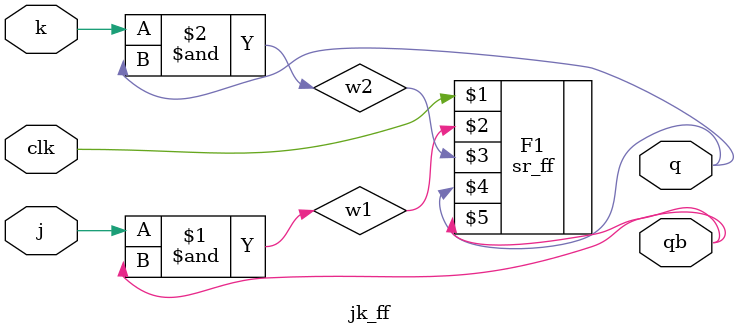
<source format=v>
`timescale 1ns / 1ps


module jk_ff(clk,j,k,q,qb);

        input clk,j,k;
        output q;
        output qb;
        wire w1,w2;
        
        assign w1 = j & qb;
        assign w2 = k & q;
        sr_ff F1(clk,w1,w2,q,qb);
           
endmodule

</source>
